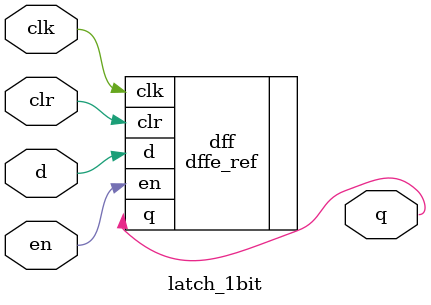
<source format=v>
module latch_1bit (q, d, clk, en, clr);

    input d;
    input clk, en, clr;
    output q;   

    dffe_ref dff(.q(q), .d(d), .clk(clk), .en(en), .clr(clr)); // ~clk because we want to latch to update on the falling edge

endmodule
</source>
